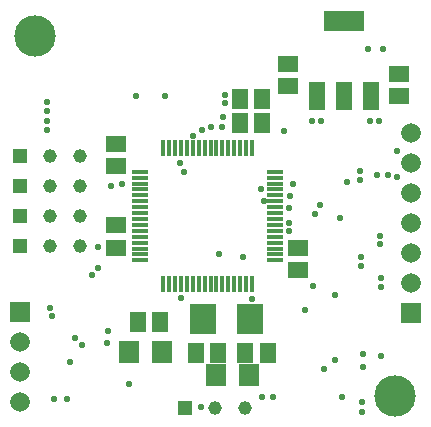
<source format=gbs>
G04 Layer_Color=16711935*
%FSLAX24Y24*%
%MOIN*%
G70*
G01*
G75*
%ADD69R,0.0575X0.0654*%
%ADD70R,0.0654X0.0575*%
%ADD72R,0.0654X0.0654*%
%ADD73C,0.0654*%
%ADD74R,0.0463X0.0463*%
%ADD75C,0.0463*%
%ADD76R,0.0463X0.0463*%
%ADD77C,0.1378*%
%ADD78C,0.0213*%
%ADD79R,0.1362X0.0693*%
%ADD80R,0.0535X0.0929*%
%ADD81R,0.0850X0.1008*%
%ADD82R,0.0693X0.0772*%
%ADD83R,0.0574X0.0157*%
%ADD84R,0.0157X0.0574*%
D69*
X8666Y10187D02*
D03*
X7918D02*
D03*
X8666Y10974D02*
D03*
X7918D02*
D03*
X6442Y2534D02*
D03*
X7190D02*
D03*
X8839D02*
D03*
X8091D02*
D03*
X5266Y3543D02*
D03*
X4518D02*
D03*
D70*
X9523Y12160D02*
D03*
Y11412D02*
D03*
X13214Y11821D02*
D03*
Y11073D02*
D03*
X3789Y6772D02*
D03*
Y6024D02*
D03*
X3789Y8750D02*
D03*
Y9498D02*
D03*
X9843Y6033D02*
D03*
Y5285D02*
D03*
D72*
X13632Y3856D02*
D03*
X591Y3886D02*
D03*
D73*
X13632Y9856D02*
D03*
Y8856D02*
D03*
Y7856D02*
D03*
Y6856D02*
D03*
Y4856D02*
D03*
Y5856D02*
D03*
X591Y2886D02*
D03*
Y1886D02*
D03*
Y886D02*
D03*
D74*
X575Y9087D02*
D03*
Y8087D02*
D03*
Y7087D02*
D03*
Y6087D02*
D03*
D75*
X1575Y9087D02*
D03*
Y8087D02*
D03*
Y7087D02*
D03*
Y6087D02*
D03*
X2575Y9087D02*
D03*
Y8087D02*
D03*
Y7087D02*
D03*
Y6087D02*
D03*
X7087Y689D02*
D03*
X8087D02*
D03*
D76*
X6087D02*
D03*
D77*
X1083Y13091D02*
D03*
X13091Y1083D02*
D03*
D78*
X11319Y1058D02*
D03*
X6605Y714D02*
D03*
X9006Y1058D02*
D03*
X8661D02*
D03*
X9547Y6576D02*
D03*
X9547Y6841D02*
D03*
X8711Y7579D02*
D03*
X9572Y7751D02*
D03*
X9695Y8169D02*
D03*
X10093Y3966D02*
D03*
X1476Y9966D02*
D03*
Y10901D02*
D03*
X9561Y7371D02*
D03*
X7357Y10384D02*
D03*
X1476Y10581D02*
D03*
Y10261D02*
D03*
X9400Y9916D02*
D03*
X10408Y7160D02*
D03*
X11491Y8219D02*
D03*
X12254Y10261D02*
D03*
X11934Y8292D02*
D03*
X12623Y5020D02*
D03*
X12598Y6422D02*
D03*
X10605Y10261D02*
D03*
X10335D02*
D03*
X3174Y6053D02*
D03*
X4208Y1476D02*
D03*
X12623Y2411D02*
D03*
X11073Y2288D02*
D03*
X10359Y4749D02*
D03*
X1649Y3765D02*
D03*
X1575Y4011D02*
D03*
X2657Y2781D02*
D03*
X5955Y4355D02*
D03*
X8637Y7972D02*
D03*
X2436Y3027D02*
D03*
X12598Y6152D02*
D03*
X12623Y4724D02*
D03*
X11934Y8588D02*
D03*
X12549Y10261D02*
D03*
X11270Y7037D02*
D03*
X11959Y5733D02*
D03*
Y5438D02*
D03*
X11097Y4454D02*
D03*
X10728Y1993D02*
D03*
X8022Y5709D02*
D03*
X2239Y2215D02*
D03*
X1722Y984D02*
D03*
X3002Y5118D02*
D03*
X3519Y3248D02*
D03*
X3494Y2854D02*
D03*
X7234Y5832D02*
D03*
X7406Y11122D02*
D03*
Y10851D02*
D03*
X12008Y2067D02*
D03*
Y2485D02*
D03*
X3200Y5340D02*
D03*
X2165Y984D02*
D03*
X11983Y886D02*
D03*
Y566D02*
D03*
X12475Y8465D02*
D03*
X12844D02*
D03*
X12180Y12648D02*
D03*
X12697D02*
D03*
X13140Y8391D02*
D03*
Y9252D02*
D03*
X10581Y7456D02*
D03*
X6053Y8563D02*
D03*
X5930Y8858D02*
D03*
X4454Y11097D02*
D03*
X5428Y11083D02*
D03*
X3617Y8095D02*
D03*
X3986Y8169D02*
D03*
X8312Y4326D02*
D03*
X6644Y9966D02*
D03*
X7308Y10039D02*
D03*
X6939Y10064D02*
D03*
X6348Y9769D02*
D03*
D79*
X11393Y13602D02*
D03*
D80*
X12298Y11083D02*
D03*
X11393D02*
D03*
X10487D02*
D03*
D81*
X6693Y3642D02*
D03*
X8268D02*
D03*
D82*
X7126Y1772D02*
D03*
X8228D02*
D03*
X4213Y2559D02*
D03*
X5315D02*
D03*
D83*
X4587Y5610D02*
D03*
Y5807D02*
D03*
Y6004D02*
D03*
Y6201D02*
D03*
Y6398D02*
D03*
Y6594D02*
D03*
Y6791D02*
D03*
Y6988D02*
D03*
Y7185D02*
D03*
Y7382D02*
D03*
Y7579D02*
D03*
Y7776D02*
D03*
Y7972D02*
D03*
Y8169D02*
D03*
Y8366D02*
D03*
Y8563D02*
D03*
X9094D02*
D03*
Y8366D02*
D03*
Y8169D02*
D03*
Y7972D02*
D03*
Y7776D02*
D03*
Y7579D02*
D03*
Y7382D02*
D03*
Y7185D02*
D03*
Y6988D02*
D03*
Y6791D02*
D03*
Y6594D02*
D03*
Y6398D02*
D03*
Y6201D02*
D03*
Y6004D02*
D03*
Y5807D02*
D03*
Y5610D02*
D03*
D84*
X8317Y4833D02*
D03*
X8120D02*
D03*
X7923D02*
D03*
X7726D02*
D03*
X7530D02*
D03*
X7333D02*
D03*
X7136D02*
D03*
X6939D02*
D03*
X6742D02*
D03*
X6545D02*
D03*
X6348D02*
D03*
X6152D02*
D03*
X5955D02*
D03*
X5758D02*
D03*
X5561D02*
D03*
X5364D02*
D03*
X5364Y9341D02*
D03*
X5561D02*
D03*
X5758D02*
D03*
X5955D02*
D03*
X6152D02*
D03*
X6348D02*
D03*
X6545D02*
D03*
X6742D02*
D03*
X6939D02*
D03*
X7136D02*
D03*
X7333D02*
D03*
X7530D02*
D03*
X7726D02*
D03*
X7923D02*
D03*
X8120D02*
D03*
X8317D02*
D03*
M02*

</source>
